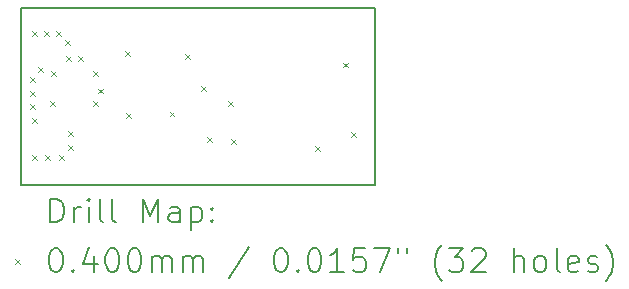
<source format=gbr>
%FSLAX45Y45*%
G04 Gerber Fmt 4.5, Leading zero omitted, Abs format (unit mm)*
G04 Created by KiCad (PCBNEW 6.0.2+dfsg-1~bpo11+1) date 2022-03-18 20:58:49*
%MOMM*%
%LPD*%
G01*
G04 APERTURE LIST*
%TA.AperFunction,Profile*%
%ADD10C,0.150000*%
%TD*%
%ADD11C,0.200000*%
%ADD12C,0.040000*%
G04 APERTURE END LIST*
D10*
X0Y1500000D02*
X3000000Y1500000D01*
X3000000Y1500000D02*
X3000000Y0D01*
X3000000Y0D02*
X0Y0D01*
X0Y0D02*
X0Y1500000D01*
D11*
D12*
X81600Y909000D02*
X121600Y869000D01*
X121600Y909000D02*
X81600Y869000D01*
X81600Y794700D02*
X121600Y754700D01*
X121600Y794700D02*
X81600Y754700D01*
X81600Y680400D02*
X121600Y640400D01*
X121600Y680400D02*
X81600Y640400D01*
X94300Y1302700D02*
X134300Y1262700D01*
X134300Y1302700D02*
X94300Y1262700D01*
X94300Y566100D02*
X134300Y526100D01*
X134300Y566100D02*
X94300Y526100D01*
X94300Y248600D02*
X134300Y208600D01*
X134300Y248600D02*
X94300Y208600D01*
X145100Y997900D02*
X185100Y957900D01*
X185100Y997900D02*
X145100Y957900D01*
X195900Y1302700D02*
X235900Y1262700D01*
X235900Y1302700D02*
X195900Y1262700D01*
X208600Y248600D02*
X248600Y208600D01*
X248600Y248600D02*
X208600Y208600D01*
X246700Y705800D02*
X286700Y665800D01*
X286700Y705800D02*
X246700Y665800D01*
X259400Y959800D02*
X299400Y919800D01*
X299400Y959800D02*
X259400Y919800D01*
X297500Y1302700D02*
X337500Y1262700D01*
X337500Y1302700D02*
X297500Y1262700D01*
X322900Y248600D02*
X362900Y208600D01*
X362900Y248600D02*
X322900Y208600D01*
X373700Y1226500D02*
X413700Y1186500D01*
X413700Y1226500D02*
X373700Y1186500D01*
X386400Y1086800D02*
X426400Y1046800D01*
X426400Y1086800D02*
X386400Y1046800D01*
X399100Y451800D02*
X439100Y411800D01*
X439100Y451800D02*
X399100Y411800D01*
X399100Y337500D02*
X439100Y297500D01*
X439100Y337500D02*
X399100Y297500D01*
X488000Y1086800D02*
X528000Y1046800D01*
X528000Y1086800D02*
X488000Y1046800D01*
X615000Y959800D02*
X655000Y919800D01*
X655000Y959800D02*
X615000Y919800D01*
X615000Y705800D02*
X655000Y665800D01*
X655000Y705800D02*
X615000Y665800D01*
X657100Y815000D02*
X697100Y775000D01*
X697100Y815000D02*
X657100Y775000D01*
X884600Y1132500D02*
X924600Y1092500D01*
X924600Y1132500D02*
X884600Y1092500D01*
X892100Y607500D02*
X932100Y567500D01*
X932100Y607500D02*
X892100Y567500D01*
X1260950Y620000D02*
X1300950Y580000D01*
X1300950Y620000D02*
X1260950Y580000D01*
X1389600Y1107500D02*
X1429600Y1067500D01*
X1429600Y1107500D02*
X1389600Y1067500D01*
X1529400Y832800D02*
X1569400Y792800D01*
X1569400Y832800D02*
X1529400Y792800D01*
X1577100Y405000D02*
X1617100Y365000D01*
X1617100Y405000D02*
X1577100Y365000D01*
X1758000Y705800D02*
X1798000Y665800D01*
X1798000Y705800D02*
X1758000Y665800D01*
X1783400Y385998D02*
X1823400Y345998D01*
X1823400Y385998D02*
X1783400Y345998D01*
X2494600Y329400D02*
X2534600Y289400D01*
X2534600Y329400D02*
X2494600Y289400D01*
X2729600Y1034400D02*
X2769600Y994400D01*
X2769600Y1034400D02*
X2729600Y994400D01*
X2799600Y444400D02*
X2839600Y404400D01*
X2839600Y444400D02*
X2799600Y404400D01*
D11*
X250119Y-317976D02*
X250119Y-117976D01*
X297738Y-117976D01*
X326310Y-127500D01*
X345357Y-146548D01*
X354881Y-165595D01*
X364405Y-203690D01*
X364405Y-232262D01*
X354881Y-270357D01*
X345357Y-289405D01*
X326310Y-308452D01*
X297738Y-317976D01*
X250119Y-317976D01*
X450119Y-317976D02*
X450119Y-184643D01*
X450119Y-222738D02*
X459643Y-203690D01*
X469167Y-194167D01*
X488214Y-184643D01*
X507262Y-184643D01*
X573929Y-317976D02*
X573929Y-184643D01*
X573929Y-117976D02*
X564405Y-127500D01*
X573929Y-137024D01*
X583452Y-127500D01*
X573929Y-117976D01*
X573929Y-137024D01*
X697738Y-317976D02*
X678690Y-308452D01*
X669167Y-289405D01*
X669167Y-117976D01*
X802500Y-317976D02*
X783452Y-308452D01*
X773928Y-289405D01*
X773928Y-117976D01*
X1031071Y-317976D02*
X1031071Y-117976D01*
X1097738Y-260833D01*
X1164405Y-117976D01*
X1164405Y-317976D01*
X1345357Y-317976D02*
X1345357Y-213214D01*
X1335833Y-194167D01*
X1316786Y-184643D01*
X1278690Y-184643D01*
X1259643Y-194167D01*
X1345357Y-308452D02*
X1326310Y-317976D01*
X1278690Y-317976D01*
X1259643Y-308452D01*
X1250119Y-289405D01*
X1250119Y-270357D01*
X1259643Y-251309D01*
X1278690Y-241786D01*
X1326310Y-241786D01*
X1345357Y-232262D01*
X1440595Y-184643D02*
X1440595Y-384643D01*
X1440595Y-194167D02*
X1459643Y-184643D01*
X1497738Y-184643D01*
X1516786Y-194167D01*
X1526309Y-203690D01*
X1535833Y-222738D01*
X1535833Y-279881D01*
X1526309Y-298929D01*
X1516786Y-308452D01*
X1497738Y-317976D01*
X1459643Y-317976D01*
X1440595Y-308452D01*
X1621548Y-298929D02*
X1631071Y-308452D01*
X1621548Y-317976D01*
X1612024Y-308452D01*
X1621548Y-298929D01*
X1621548Y-317976D01*
X1621548Y-194167D02*
X1631071Y-203690D01*
X1621548Y-213214D01*
X1612024Y-203690D01*
X1621548Y-194167D01*
X1621548Y-213214D01*
D12*
X-47500Y-627500D02*
X-7500Y-667500D01*
X-7500Y-627500D02*
X-47500Y-667500D01*
D11*
X288214Y-537976D02*
X307262Y-537976D01*
X326310Y-547500D01*
X335833Y-557024D01*
X345357Y-576071D01*
X354881Y-614167D01*
X354881Y-661786D01*
X345357Y-699881D01*
X335833Y-718928D01*
X326310Y-728452D01*
X307262Y-737976D01*
X288214Y-737976D01*
X269167Y-728452D01*
X259643Y-718928D01*
X250119Y-699881D01*
X240595Y-661786D01*
X240595Y-614167D01*
X250119Y-576071D01*
X259643Y-557024D01*
X269167Y-547500D01*
X288214Y-537976D01*
X440595Y-718928D02*
X450119Y-728452D01*
X440595Y-737976D01*
X431071Y-728452D01*
X440595Y-718928D01*
X440595Y-737976D01*
X621548Y-604643D02*
X621548Y-737976D01*
X573929Y-528452D02*
X526310Y-671310D01*
X650119Y-671310D01*
X764405Y-537976D02*
X783452Y-537976D01*
X802500Y-547500D01*
X812024Y-557024D01*
X821548Y-576071D01*
X831071Y-614167D01*
X831071Y-661786D01*
X821548Y-699881D01*
X812024Y-718928D01*
X802500Y-728452D01*
X783452Y-737976D01*
X764405Y-737976D01*
X745357Y-728452D01*
X735833Y-718928D01*
X726309Y-699881D01*
X716786Y-661786D01*
X716786Y-614167D01*
X726309Y-576071D01*
X735833Y-557024D01*
X745357Y-547500D01*
X764405Y-537976D01*
X954881Y-537976D02*
X973928Y-537976D01*
X992976Y-547500D01*
X1002500Y-557024D01*
X1012024Y-576071D01*
X1021548Y-614167D01*
X1021548Y-661786D01*
X1012024Y-699881D01*
X1002500Y-718928D01*
X992976Y-728452D01*
X973928Y-737976D01*
X954881Y-737976D01*
X935833Y-728452D01*
X926309Y-718928D01*
X916786Y-699881D01*
X907262Y-661786D01*
X907262Y-614167D01*
X916786Y-576071D01*
X926309Y-557024D01*
X935833Y-547500D01*
X954881Y-537976D01*
X1107262Y-737976D02*
X1107262Y-604643D01*
X1107262Y-623690D02*
X1116786Y-614167D01*
X1135833Y-604643D01*
X1164405Y-604643D01*
X1183452Y-614167D01*
X1192976Y-633214D01*
X1192976Y-737976D01*
X1192976Y-633214D02*
X1202500Y-614167D01*
X1221548Y-604643D01*
X1250119Y-604643D01*
X1269167Y-614167D01*
X1278690Y-633214D01*
X1278690Y-737976D01*
X1373929Y-737976D02*
X1373929Y-604643D01*
X1373929Y-623690D02*
X1383452Y-614167D01*
X1402500Y-604643D01*
X1431071Y-604643D01*
X1450119Y-614167D01*
X1459643Y-633214D01*
X1459643Y-737976D01*
X1459643Y-633214D02*
X1469167Y-614167D01*
X1488214Y-604643D01*
X1516786Y-604643D01*
X1535833Y-614167D01*
X1545357Y-633214D01*
X1545357Y-737976D01*
X1935833Y-528452D02*
X1764405Y-785595D01*
X2192976Y-537976D02*
X2212024Y-537976D01*
X2231071Y-547500D01*
X2240595Y-557024D01*
X2250119Y-576071D01*
X2259643Y-614167D01*
X2259643Y-661786D01*
X2250119Y-699881D01*
X2240595Y-718928D01*
X2231071Y-728452D01*
X2212024Y-737976D01*
X2192976Y-737976D01*
X2173929Y-728452D01*
X2164405Y-718928D01*
X2154881Y-699881D01*
X2145357Y-661786D01*
X2145357Y-614167D01*
X2154881Y-576071D01*
X2164405Y-557024D01*
X2173929Y-547500D01*
X2192976Y-537976D01*
X2345357Y-718928D02*
X2354881Y-728452D01*
X2345357Y-737976D01*
X2335833Y-728452D01*
X2345357Y-718928D01*
X2345357Y-737976D01*
X2478690Y-537976D02*
X2497738Y-537976D01*
X2516786Y-547500D01*
X2526310Y-557024D01*
X2535833Y-576071D01*
X2545357Y-614167D01*
X2545357Y-661786D01*
X2535833Y-699881D01*
X2526310Y-718928D01*
X2516786Y-728452D01*
X2497738Y-737976D01*
X2478690Y-737976D01*
X2459643Y-728452D01*
X2450119Y-718928D01*
X2440595Y-699881D01*
X2431071Y-661786D01*
X2431071Y-614167D01*
X2440595Y-576071D01*
X2450119Y-557024D01*
X2459643Y-547500D01*
X2478690Y-537976D01*
X2735833Y-737976D02*
X2621548Y-737976D01*
X2678690Y-737976D02*
X2678690Y-537976D01*
X2659643Y-566548D01*
X2640595Y-585595D01*
X2621548Y-595119D01*
X2916786Y-537976D02*
X2821548Y-537976D01*
X2812024Y-633214D01*
X2821548Y-623690D01*
X2840595Y-614167D01*
X2888214Y-614167D01*
X2907262Y-623690D01*
X2916786Y-633214D01*
X2926309Y-652262D01*
X2926309Y-699881D01*
X2916786Y-718928D01*
X2907262Y-728452D01*
X2888214Y-737976D01*
X2840595Y-737976D01*
X2821548Y-728452D01*
X2812024Y-718928D01*
X2992976Y-537976D02*
X3126309Y-537976D01*
X3040595Y-737976D01*
X3192976Y-537976D02*
X3192976Y-576071D01*
X3269167Y-537976D02*
X3269167Y-576071D01*
X3564405Y-814167D02*
X3554881Y-804643D01*
X3535833Y-776071D01*
X3526309Y-757024D01*
X3516786Y-728452D01*
X3507262Y-680833D01*
X3507262Y-642738D01*
X3516786Y-595119D01*
X3526309Y-566548D01*
X3535833Y-547500D01*
X3554881Y-518928D01*
X3564405Y-509405D01*
X3621548Y-537976D02*
X3745357Y-537976D01*
X3678690Y-614167D01*
X3707262Y-614167D01*
X3726309Y-623690D01*
X3735833Y-633214D01*
X3745357Y-652262D01*
X3745357Y-699881D01*
X3735833Y-718928D01*
X3726309Y-728452D01*
X3707262Y-737976D01*
X3650119Y-737976D01*
X3631071Y-728452D01*
X3621548Y-718928D01*
X3821548Y-557024D02*
X3831071Y-547500D01*
X3850119Y-537976D01*
X3897738Y-537976D01*
X3916786Y-547500D01*
X3926309Y-557024D01*
X3935833Y-576071D01*
X3935833Y-595119D01*
X3926309Y-623690D01*
X3812024Y-737976D01*
X3935833Y-737976D01*
X4173928Y-737976D02*
X4173928Y-537976D01*
X4259643Y-737976D02*
X4259643Y-633214D01*
X4250119Y-614167D01*
X4231071Y-604643D01*
X4202500Y-604643D01*
X4183452Y-614167D01*
X4173928Y-623690D01*
X4383452Y-737976D02*
X4364405Y-728452D01*
X4354881Y-718928D01*
X4345357Y-699881D01*
X4345357Y-642738D01*
X4354881Y-623690D01*
X4364405Y-614167D01*
X4383452Y-604643D01*
X4412024Y-604643D01*
X4431071Y-614167D01*
X4440595Y-623690D01*
X4450119Y-642738D01*
X4450119Y-699881D01*
X4440595Y-718928D01*
X4431071Y-728452D01*
X4412024Y-737976D01*
X4383452Y-737976D01*
X4564405Y-737976D02*
X4545357Y-728452D01*
X4535833Y-709405D01*
X4535833Y-537976D01*
X4716786Y-728452D02*
X4697738Y-737976D01*
X4659643Y-737976D01*
X4640595Y-728452D01*
X4631071Y-709405D01*
X4631071Y-633214D01*
X4640595Y-614167D01*
X4659643Y-604643D01*
X4697738Y-604643D01*
X4716786Y-614167D01*
X4726310Y-633214D01*
X4726310Y-652262D01*
X4631071Y-671310D01*
X4802500Y-728452D02*
X4821548Y-737976D01*
X4859643Y-737976D01*
X4878690Y-728452D01*
X4888214Y-709405D01*
X4888214Y-699881D01*
X4878690Y-680833D01*
X4859643Y-671310D01*
X4831071Y-671310D01*
X4812024Y-661786D01*
X4802500Y-642738D01*
X4802500Y-633214D01*
X4812024Y-614167D01*
X4831071Y-604643D01*
X4859643Y-604643D01*
X4878690Y-614167D01*
X4954881Y-814167D02*
X4964405Y-804643D01*
X4983452Y-776071D01*
X4992976Y-757024D01*
X5002500Y-728452D01*
X5012024Y-680833D01*
X5012024Y-642738D01*
X5002500Y-595119D01*
X4992976Y-566548D01*
X4983452Y-547500D01*
X4964405Y-518928D01*
X4954881Y-509405D01*
M02*

</source>
